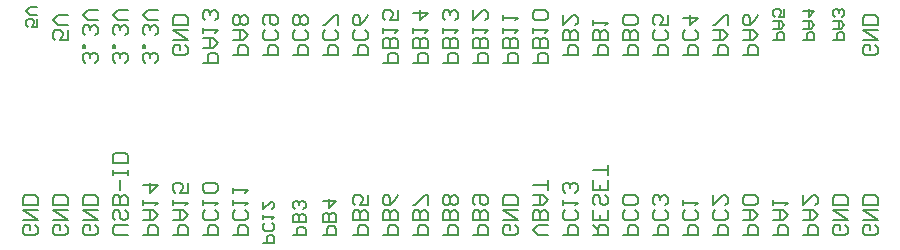
<source format=gbo>
G04*
G04 #@! TF.GenerationSoftware,Altium Limited,Altium Designer,19.1.9 (167)*
G04*
G04 Layer_Color=32896*
%FSLAX25Y25*%
%MOIN*%
G70*
G01*
G75*
%ADD73C,0.00800*%
D73*
X12436Y84624D02*
Y82000D01*
X10468D01*
X11124Y83312D01*
Y83968D01*
X10468Y84624D01*
X9156D01*
X8500Y83968D01*
Y82656D01*
X9156Y82000D01*
X12436Y85936D02*
X9812D01*
X8500Y87248D01*
X9812Y88560D01*
X12436D01*
X22498Y80832D02*
Y77500D01*
X19999D01*
X20832Y79166D01*
Y79999D01*
X19999Y80832D01*
X18333D01*
X17500Y79999D01*
Y78333D01*
X18333Y77500D01*
X22498Y82498D02*
X19166D01*
X17500Y84165D01*
X19166Y85831D01*
X22498D01*
X31665Y70000D02*
X32498Y70833D01*
Y72499D01*
X31665Y73332D01*
X30832D01*
X29999Y72499D01*
Y71666D01*
Y72499D01*
X29166Y73332D01*
X28333D01*
X27500Y72499D01*
Y70833D01*
X28333Y70000D01*
X27500Y74998D02*
X28333D01*
Y75831D01*
X27500D01*
Y74998D01*
X31665Y79164D02*
X32498Y79997D01*
Y81663D01*
X31665Y82496D01*
X30832D01*
X29999Y81663D01*
Y80830D01*
Y81663D01*
X29166Y82496D01*
X28333D01*
X27500Y81663D01*
Y79997D01*
X28333Y79164D01*
X32498Y84162D02*
X29166D01*
X27500Y85828D01*
X29166Y87494D01*
X32498D01*
X41665Y70000D02*
X42498Y70833D01*
Y72499D01*
X41665Y73332D01*
X40832D01*
X39999Y72499D01*
Y71666D01*
Y72499D01*
X39166Y73332D01*
X38333D01*
X37500Y72499D01*
Y70833D01*
X38333Y70000D01*
X37500Y74998D02*
X38333D01*
Y75831D01*
X37500D01*
Y74998D01*
X41665Y79164D02*
X42498Y79997D01*
Y81663D01*
X41665Y82496D01*
X40832D01*
X39999Y81663D01*
Y80830D01*
Y81663D01*
X39166Y82496D01*
X38333D01*
X37500Y81663D01*
Y79997D01*
X38333Y79164D01*
X42498Y84162D02*
X39166D01*
X37500Y85828D01*
X39166Y87494D01*
X42498D01*
X61665Y75832D02*
X62498Y74999D01*
Y73333D01*
X61665Y72500D01*
X58333D01*
X57500Y73333D01*
Y74999D01*
X58333Y75832D01*
X59999D01*
Y74166D01*
X57500Y77498D02*
X62498D01*
X57500Y80831D01*
X62498D01*
Y82497D02*
X57500D01*
Y84996D01*
X58333Y85829D01*
X61665D01*
X62498Y84996D01*
Y82497D01*
X51665Y70000D02*
X52498Y70833D01*
Y72499D01*
X51665Y73332D01*
X50832D01*
X49999Y72499D01*
Y71666D01*
Y72499D01*
X49166Y73332D01*
X48333D01*
X47500Y72499D01*
Y70833D01*
X48333Y70000D01*
X47500Y74998D02*
X48333D01*
Y75831D01*
X47500D01*
Y74998D01*
X51665Y79164D02*
X52498Y79997D01*
Y81663D01*
X51665Y82496D01*
X50832D01*
X49999Y81663D01*
Y80830D01*
Y81663D01*
X49166Y82496D01*
X48333D01*
X47500Y81663D01*
Y79997D01*
X48333Y79164D01*
X52498Y84162D02*
X49166D01*
X47500Y85828D01*
X49166Y87494D01*
X52498D01*
X157500Y70000D02*
X162498D01*
Y72499D01*
X161665Y73332D01*
X159999D01*
X159166Y72499D01*
Y70000D01*
X162498Y74998D02*
X157500D01*
Y77498D01*
X158333Y78331D01*
X159166D01*
X159999Y77498D01*
Y74998D01*
Y77498D01*
X160832Y78331D01*
X161665D01*
X162498Y77498D01*
Y74998D01*
X157500Y79997D02*
Y81663D01*
Y80830D01*
X162498D01*
X161665Y79997D01*
X157500Y87494D02*
Y84162D01*
X160832Y87494D01*
X161665D01*
X162498Y86661D01*
Y84995D01*
X161665Y84162D01*
X147500Y70000D02*
X152498D01*
Y72499D01*
X151665Y73332D01*
X149999D01*
X149166Y72499D01*
Y70000D01*
X152498Y74998D02*
X147500D01*
Y77498D01*
X148333Y78331D01*
X149166D01*
X149999Y77498D01*
Y74998D01*
Y77498D01*
X150832Y78331D01*
X151665D01*
X152498Y77498D01*
Y74998D01*
X147500Y79997D02*
Y81663D01*
Y80830D01*
X152498D01*
X151665Y79997D01*
Y84162D02*
X152498Y84995D01*
Y86661D01*
X151665Y87494D01*
X150832D01*
X149999Y86661D01*
Y85828D01*
Y86661D01*
X149166Y87494D01*
X148333D01*
X147500Y86661D01*
Y84995D01*
X148333Y84162D01*
X117500Y72500D02*
X122498D01*
Y74999D01*
X121665Y75832D01*
X119999D01*
X119166Y74999D01*
Y72500D01*
X121665Y80831D02*
X122498Y79998D01*
Y78331D01*
X121665Y77498D01*
X118333D01*
X117500Y78331D01*
Y79998D01*
X118333Y80831D01*
X122498Y85829D02*
X121665Y84163D01*
X119999Y82497D01*
X118333D01*
X117500Y83330D01*
Y84996D01*
X118333Y85829D01*
X119166D01*
X119999Y84996D01*
Y82497D01*
X137500Y70000D02*
X142498D01*
Y72499D01*
X141665Y73332D01*
X139999D01*
X139166Y72499D01*
Y70000D01*
X142498Y74998D02*
X137500D01*
Y77498D01*
X138333Y78331D01*
X139166D01*
X139999Y77498D01*
Y74998D01*
Y77498D01*
X140832Y78331D01*
X141665D01*
X142498Y77498D01*
Y74998D01*
X137500Y79997D02*
Y81663D01*
Y80830D01*
X142498D01*
X141665Y79997D01*
X137500Y86661D02*
X142498D01*
X139999Y84162D01*
Y87494D01*
X127500Y70000D02*
X132498D01*
Y72499D01*
X131665Y73332D01*
X129999D01*
X129166Y72499D01*
Y70000D01*
X132498Y74998D02*
X127500D01*
Y77498D01*
X128333Y78331D01*
X129166D01*
X129999Y77498D01*
Y74998D01*
Y77498D01*
X130832Y78331D01*
X131665D01*
X132498Y77498D01*
Y74998D01*
X127500Y79997D02*
Y81663D01*
Y80830D01*
X132498D01*
X131665Y79997D01*
X132498Y87494D02*
Y84162D01*
X129999D01*
X130832Y85828D01*
Y86661D01*
X129999Y87494D01*
X128333D01*
X127500Y86661D01*
Y84995D01*
X128333Y84162D01*
X97500Y72500D02*
X102498D01*
Y74999D01*
X101665Y75832D01*
X99999D01*
X99166Y74999D01*
Y72500D01*
X101665Y80831D02*
X102498Y79998D01*
Y78331D01*
X101665Y77498D01*
X98333D01*
X97500Y78331D01*
Y79998D01*
X98333Y80831D01*
X101665Y82497D02*
X102498Y83330D01*
Y84996D01*
X101665Y85829D01*
X100832D01*
X99999Y84996D01*
X99166Y85829D01*
X98333D01*
X97500Y84996D01*
Y83330D01*
X98333Y82497D01*
X99166D01*
X99999Y83330D01*
X100832Y82497D01*
X101665D01*
X99999Y83330D02*
Y84996D01*
X77500Y72500D02*
X82498D01*
Y74999D01*
X81665Y75832D01*
X79999D01*
X79166Y74999D01*
Y72500D01*
X77500Y77498D02*
X80832D01*
X82498Y79164D01*
X80832Y80831D01*
X77500D01*
X79999D01*
Y77498D01*
X81665Y82497D02*
X82498Y83330D01*
Y84996D01*
X81665Y85829D01*
X80832D01*
X79999Y84996D01*
X79166Y85829D01*
X78333D01*
X77500Y84996D01*
Y83330D01*
X78333Y82497D01*
X79166D01*
X79999Y83330D01*
X80832Y82497D01*
X81665D01*
X79999Y83330D02*
Y84996D01*
X87500Y72500D02*
X92498D01*
Y74999D01*
X91665Y75832D01*
X89999D01*
X89166Y74999D01*
Y72500D01*
X91665Y80831D02*
X92498Y79998D01*
Y78331D01*
X91665Y77498D01*
X88333D01*
X87500Y78331D01*
Y79998D01*
X88333Y80831D01*
Y82497D02*
X87500Y83330D01*
Y84996D01*
X88333Y85829D01*
X91665D01*
X92498Y84996D01*
Y83330D01*
X91665Y82497D01*
X90832D01*
X89999Y83330D01*
Y85829D01*
X67500Y70000D02*
X72498D01*
Y72499D01*
X71665Y73332D01*
X69999D01*
X69166Y72499D01*
Y70000D01*
X67500Y74998D02*
X70832D01*
X72498Y76665D01*
X70832Y78331D01*
X67500D01*
X69999D01*
Y74998D01*
X67500Y79997D02*
Y81663D01*
Y80830D01*
X72498D01*
X71665Y79997D01*
Y84162D02*
X72498Y84995D01*
Y86661D01*
X71665Y87494D01*
X70832D01*
X69999Y86661D01*
Y85828D01*
Y86661D01*
X69166Y87494D01*
X68333D01*
X67500Y86661D01*
Y84995D01*
X68333Y84162D01*
X11665Y15832D02*
X12498Y14999D01*
Y13333D01*
X11665Y12500D01*
X8333D01*
X7500Y13333D01*
Y14999D01*
X8333Y15832D01*
X9999D01*
Y14166D01*
X7500Y17498D02*
X12498D01*
X7500Y20831D01*
X12498D01*
Y22497D02*
X7500D01*
Y24996D01*
X8333Y25829D01*
X11665D01*
X12498Y24996D01*
Y22497D01*
X21665Y15832D02*
X22498Y14999D01*
Y13333D01*
X21665Y12500D01*
X18333D01*
X17500Y13333D01*
Y14999D01*
X18333Y15832D01*
X19999D01*
Y14166D01*
X17500Y17498D02*
X22498D01*
X17500Y20831D01*
X22498D01*
Y22497D02*
X17500D01*
Y24996D01*
X18333Y25829D01*
X21665D01*
X22498Y24996D01*
Y22497D01*
X217500Y12500D02*
X222498D01*
Y14999D01*
X221665Y15832D01*
X219999D01*
X219166Y14999D01*
Y12500D01*
X221665Y20831D02*
X222498Y19998D01*
Y18331D01*
X221665Y17498D01*
X218333D01*
X217500Y18331D01*
Y19998D01*
X218333Y20831D01*
X221665Y22497D02*
X222498Y23330D01*
Y24996D01*
X221665Y25829D01*
X220832D01*
X219999Y24996D01*
Y24163D01*
Y24996D01*
X219166Y25829D01*
X218333D01*
X217500Y24996D01*
Y23330D01*
X218333Y22497D01*
X197500Y12500D02*
X202498D01*
Y14999D01*
X201665Y15832D01*
X199999D01*
X199166Y14999D01*
Y12500D01*
Y14166D02*
X197500Y15832D01*
X202498Y20831D02*
Y17498D01*
X197500D01*
Y20831D01*
X199999Y17498D02*
Y19164D01*
X201665Y25829D02*
X202498Y24996D01*
Y23330D01*
X201665Y22497D01*
X200832D01*
X199999Y23330D01*
Y24996D01*
X199166Y25829D01*
X198333D01*
X197500Y24996D01*
Y23330D01*
X198333Y22497D01*
X202498Y30827D02*
Y27495D01*
X197500D01*
Y30827D01*
X199999Y27495D02*
Y29161D01*
X202498Y32493D02*
Y35826D01*
Y34160D01*
X197500D01*
X147500Y12500D02*
X152498D01*
Y14999D01*
X151665Y15832D01*
X149999D01*
X149166Y14999D01*
Y12500D01*
X152498Y17498D02*
X147500D01*
Y19998D01*
X148333Y20831D01*
X149166D01*
X149999Y19998D01*
Y17498D01*
Y19998D01*
X150832Y20831D01*
X151665D01*
X152498Y19998D01*
Y17498D01*
X151665Y22497D02*
X152498Y23330D01*
Y24996D01*
X151665Y25829D01*
X150832D01*
X149999Y24996D01*
X149166Y25829D01*
X148333D01*
X147500Y24996D01*
Y23330D01*
X148333Y22497D01*
X149166D01*
X149999Y23330D01*
X150832Y22497D01*
X151665D01*
X149999Y23330D02*
Y24996D01*
X107500Y72500D02*
X112498D01*
Y74999D01*
X111665Y75832D01*
X109999D01*
X109166Y74999D01*
Y72500D01*
X111665Y80831D02*
X112498Y79998D01*
Y78331D01*
X111665Y77498D01*
X108333D01*
X107500Y78331D01*
Y79998D01*
X108333Y80831D01*
X112498Y82497D02*
Y85829D01*
X111665D01*
X108333Y82497D01*
X107500D01*
X167500Y70000D02*
X172498D01*
Y72499D01*
X171665Y73332D01*
X169999D01*
X169166Y72499D01*
Y70000D01*
X172498Y74998D02*
X167500D01*
Y77498D01*
X168333Y78331D01*
X169166D01*
X169999Y77498D01*
Y74998D01*
Y77498D01*
X170832Y78331D01*
X171665D01*
X172498Y77498D01*
Y74998D01*
X167500Y79997D02*
Y81663D01*
Y80830D01*
X172498D01*
X171665Y79997D01*
X167500Y84162D02*
Y85828D01*
Y84995D01*
X172498D01*
X171665Y84162D01*
X237500Y72500D02*
X242498D01*
Y74999D01*
X241665Y75832D01*
X239999D01*
X239166Y74999D01*
Y72500D01*
X237500Y77498D02*
X240832D01*
X242498Y79164D01*
X240832Y80831D01*
X237500D01*
X239999D01*
Y77498D01*
X242498Y82497D02*
Y85829D01*
X241665D01*
X238333Y82497D01*
X237500D01*
X177500Y70000D02*
X182498D01*
Y72499D01*
X181665Y73332D01*
X179999D01*
X179166Y72499D01*
Y70000D01*
X182498Y74998D02*
X177500D01*
Y77498D01*
X178333Y78331D01*
X179166D01*
X179999Y77498D01*
Y74998D01*
Y77498D01*
X180832Y78331D01*
X181665D01*
X182498Y77498D01*
Y74998D01*
X177500Y79997D02*
Y81663D01*
Y80830D01*
X182498D01*
X181665Y79997D01*
Y84162D02*
X182498Y84995D01*
Y86661D01*
X181665Y87494D01*
X178333D01*
X177500Y86661D01*
Y84995D01*
X178333Y84162D01*
X181665D01*
X247500Y72500D02*
X252498D01*
Y74999D01*
X251665Y75832D01*
X249999D01*
X249166Y74999D01*
Y72500D01*
X247500Y77498D02*
X250832D01*
X252498Y79164D01*
X250832Y80831D01*
X247500D01*
X249999D01*
Y77498D01*
X252498Y85829D02*
X251665Y84163D01*
X249999Y82497D01*
X248333D01*
X247500Y83330D01*
Y84996D01*
X248333Y85829D01*
X249166D01*
X249999Y84996D01*
Y82497D01*
X187500Y72500D02*
X192498D01*
Y74999D01*
X191665Y75832D01*
X189999D01*
X189166Y74999D01*
Y72500D01*
X192498Y77498D02*
X187500D01*
Y79998D01*
X188333Y80831D01*
X189166D01*
X189999Y79998D01*
Y77498D01*
Y79998D01*
X190832Y80831D01*
X191665D01*
X192498Y79998D01*
Y77498D01*
X187500Y85829D02*
Y82497D01*
X190832Y85829D01*
X191665D01*
X192498Y84996D01*
Y83330D01*
X191665Y82497D01*
X217500Y72500D02*
X222498D01*
Y74999D01*
X221665Y75832D01*
X219999D01*
X219166Y74999D01*
Y72500D01*
X221665Y80831D02*
X222498Y79998D01*
Y78331D01*
X221665Y77498D01*
X218333D01*
X217500Y78331D01*
Y79998D01*
X218333Y80831D01*
X222498Y85829D02*
Y82497D01*
X219999D01*
X220832Y84163D01*
Y84996D01*
X219999Y85829D01*
X218333D01*
X217500Y84996D01*
Y83330D01*
X218333Y82497D01*
X257500Y77500D02*
X261436D01*
Y79468D01*
X260780Y80124D01*
X259468D01*
X258812Y79468D01*
Y77500D01*
X257500Y81436D02*
X260124D01*
X261436Y82748D01*
X260124Y84060D01*
X257500D01*
X259468D01*
Y81436D01*
X261436Y87995D02*
Y85372D01*
X259468D01*
X260124Y86683D01*
Y87339D01*
X259468Y87995D01*
X258156D01*
X257500Y87339D01*
Y86027D01*
X258156Y85372D01*
X197500Y72500D02*
X202498D01*
Y74999D01*
X201665Y75832D01*
X199999D01*
X199166Y74999D01*
Y72500D01*
X202498Y77498D02*
X197500D01*
Y79998D01*
X198333Y80831D01*
X199166D01*
X199999Y79998D01*
Y77498D01*
Y79998D01*
X200832Y80831D01*
X201665D01*
X202498Y79998D01*
Y77498D01*
X197500Y82497D02*
Y84163D01*
Y83330D01*
X202498D01*
X201665Y82497D01*
X227500Y72500D02*
X232498D01*
Y74999D01*
X231665Y75832D01*
X229999D01*
X229166Y74999D01*
Y72500D01*
X231665Y80831D02*
X232498Y79998D01*
Y78331D01*
X231665Y77498D01*
X228333D01*
X227500Y78331D01*
Y79998D01*
X228333Y80831D01*
X227500Y84996D02*
X232498D01*
X229999Y82497D01*
Y85829D01*
X267500Y77500D02*
X271436D01*
Y79468D01*
X270780Y80124D01*
X269468D01*
X268812Y79468D01*
Y77500D01*
X267500Y81436D02*
X270124D01*
X271436Y82748D01*
X270124Y84060D01*
X267500D01*
X269468D01*
Y81436D01*
X267500Y87339D02*
X271436D01*
X269468Y85372D01*
Y87995D01*
X207500Y72500D02*
X212498D01*
Y74999D01*
X211665Y75832D01*
X209999D01*
X209166Y74999D01*
Y72500D01*
X212498Y77498D02*
X207500D01*
Y79998D01*
X208333Y80831D01*
X209166D01*
X209999Y79998D01*
Y77498D01*
Y79998D01*
X210832Y80831D01*
X211665D01*
X212498Y79998D01*
Y77498D01*
X211665Y82497D02*
X212498Y83330D01*
Y84996D01*
X211665Y85829D01*
X208333D01*
X207500Y84996D01*
Y83330D01*
X208333Y82497D01*
X211665D01*
X67500Y12500D02*
X72498D01*
Y14999D01*
X71665Y15832D01*
X69999D01*
X69166Y14999D01*
Y12500D01*
X71665Y20831D02*
X72498Y19998D01*
Y18331D01*
X71665Y17498D01*
X68333D01*
X67500Y18331D01*
Y19998D01*
X68333Y20831D01*
X67500Y22497D02*
Y24163D01*
Y23330D01*
X72498D01*
X71665Y22497D01*
Y26662D02*
X72498Y27495D01*
Y29161D01*
X71665Y29994D01*
X68333D01*
X67500Y29161D01*
Y27495D01*
X68333Y26662D01*
X71665D01*
X277500Y77500D02*
X281436D01*
Y79468D01*
X280780Y80124D01*
X279468D01*
X278812Y79468D01*
Y77500D01*
X277500Y81436D02*
X280124D01*
X281436Y82748D01*
X280124Y84060D01*
X277500D01*
X279468D01*
Y81436D01*
X280780Y85372D02*
X281436Y86027D01*
Y87339D01*
X280780Y87995D01*
X280124D01*
X279468Y87339D01*
Y86683D01*
Y87339D01*
X278812Y87995D01*
X278156D01*
X277500Y87339D01*
Y86027D01*
X278156Y85372D01*
X291665Y75832D02*
X292498Y74999D01*
Y73333D01*
X291665Y72500D01*
X288333D01*
X287500Y73333D01*
Y74999D01*
X288333Y75832D01*
X289999D01*
Y74166D01*
X287500Y77498D02*
X292498D01*
X287500Y80831D01*
X292498D01*
Y82497D02*
X287500D01*
Y84996D01*
X288333Y85829D01*
X291665D01*
X292498Y84996D01*
Y82497D01*
X77500Y12500D02*
X82498D01*
Y14999D01*
X81665Y15832D01*
X79999D01*
X79166Y14999D01*
Y12500D01*
X81665Y20831D02*
X82498Y19998D01*
Y18331D01*
X81665Y17498D01*
X78333D01*
X77500Y18331D01*
Y19998D01*
X78333Y20831D01*
X77500Y22497D02*
Y24163D01*
Y23330D01*
X82498D01*
X81665Y22497D01*
X77500Y26662D02*
Y28328D01*
Y27495D01*
X82498D01*
X81665Y26662D01*
X57500Y12500D02*
X62498D01*
Y14999D01*
X61665Y15832D01*
X59999D01*
X59166Y14999D01*
Y12500D01*
X57500Y17498D02*
X60832D01*
X62498Y19164D01*
X60832Y20831D01*
X57500D01*
X59999D01*
Y17498D01*
X57500Y22497D02*
Y24163D01*
Y23330D01*
X62498D01*
X61665Y22497D01*
X62498Y29994D02*
Y26662D01*
X59999D01*
X60832Y28328D01*
Y29161D01*
X59999Y29994D01*
X58333D01*
X57500Y29161D01*
Y27495D01*
X58333Y26662D01*
X97500Y12500D02*
X101829D01*
Y14665D01*
X101108Y15386D01*
X99665D01*
X98943Y14665D01*
Y12500D01*
X101829Y16829D02*
X97500D01*
Y18994D01*
X98222Y19715D01*
X98943D01*
X99665Y18994D01*
Y16829D01*
Y18994D01*
X100386Y19715D01*
X101108D01*
X101829Y18994D01*
Y16829D01*
X101108Y21159D02*
X101829Y21880D01*
Y23323D01*
X101108Y24045D01*
X100386D01*
X99665Y23323D01*
Y22602D01*
Y23323D01*
X98943Y24045D01*
X98222D01*
X97500Y23323D01*
Y21880D01*
X98222Y21159D01*
X87500Y10000D02*
X91436D01*
Y11968D01*
X90780Y12624D01*
X89468D01*
X88812Y11968D01*
Y10000D01*
X90780Y16560D02*
X91436Y15904D01*
Y14592D01*
X90780Y13936D01*
X88156D01*
X87500Y14592D01*
Y15904D01*
X88156Y16560D01*
X87500Y17872D02*
Y19183D01*
Y18527D01*
X91436D01*
X90780Y17872D01*
X87500Y23775D02*
Y21151D01*
X90124Y23775D01*
X90780D01*
X91436Y23119D01*
Y21807D01*
X90780Y21151D01*
X47500Y12500D02*
X52498D01*
Y14999D01*
X51665Y15832D01*
X49999D01*
X49166Y14999D01*
Y12500D01*
X47500Y17498D02*
X50832D01*
X52498Y19164D01*
X50832Y20831D01*
X47500D01*
X49999D01*
Y17498D01*
X47500Y22497D02*
Y24163D01*
Y23330D01*
X52498D01*
X51665Y22497D01*
X47500Y29161D02*
X52498D01*
X49999Y26662D01*
Y29994D01*
X107500Y12500D02*
X112026D01*
Y14763D01*
X111272Y15517D01*
X109763D01*
X109009Y14763D01*
Y12500D01*
X112026Y17026D02*
X107500D01*
Y19289D01*
X108254Y20043D01*
X109009D01*
X109763Y19289D01*
Y17026D01*
Y19289D01*
X110517Y20043D01*
X111272D01*
X112026Y19289D01*
Y17026D01*
X107500Y23815D02*
X112026D01*
X109763Y21552D01*
Y24570D01*
X31665Y15832D02*
X32498Y14999D01*
Y13333D01*
X31665Y12500D01*
X28333D01*
X27500Y13333D01*
Y14999D01*
X28333Y15832D01*
X29999D01*
Y14166D01*
X27500Y17498D02*
X32498D01*
X27500Y20831D01*
X32498D01*
Y22497D02*
X27500D01*
Y24996D01*
X28333Y25829D01*
X31665D01*
X32498Y24996D01*
Y22497D01*
X117500Y12500D02*
X122498D01*
Y14999D01*
X121665Y15832D01*
X119999D01*
X119166Y14999D01*
Y12500D01*
X122498Y17498D02*
X117500D01*
Y19998D01*
X118333Y20831D01*
X119166D01*
X119999Y19998D01*
Y17498D01*
Y19998D01*
X120832Y20831D01*
X121665D01*
X122498Y19998D01*
Y17498D01*
Y25829D02*
Y22497D01*
X119999D01*
X120832Y24163D01*
Y24996D01*
X119999Y25829D01*
X118333D01*
X117500Y24996D01*
Y23330D01*
X118333Y22497D01*
X42498Y12500D02*
X38333D01*
X37500Y13333D01*
Y14999D01*
X38333Y15832D01*
X42498D01*
X41665Y20831D02*
X42498Y19998D01*
Y18331D01*
X41665Y17498D01*
X40832D01*
X39999Y18331D01*
Y19998D01*
X39166Y20831D01*
X38333D01*
X37500Y19998D01*
Y18331D01*
X38333Y17498D01*
X42498Y22497D02*
X37500D01*
Y24996D01*
X38333Y25829D01*
X39166D01*
X39999Y24996D01*
Y22497D01*
Y24996D01*
X40832Y25829D01*
X41665D01*
X42498Y24996D01*
Y22497D01*
X39999Y27495D02*
Y30827D01*
X42498Y32493D02*
Y34160D01*
Y33327D01*
X37500D01*
Y32493D01*
Y34160D01*
X42498Y36659D02*
X37500D01*
Y39158D01*
X38333Y39991D01*
X41665D01*
X42498Y39158D01*
Y36659D01*
X127500Y12500D02*
X132498D01*
Y14999D01*
X131665Y15832D01*
X129999D01*
X129166Y14999D01*
Y12500D01*
X132498Y17498D02*
X127500D01*
Y19998D01*
X128333Y20831D01*
X129166D01*
X129999Y19998D01*
Y17498D01*
Y19998D01*
X130832Y20831D01*
X131665D01*
X132498Y19998D01*
Y17498D01*
Y25829D02*
X131665Y24163D01*
X129999Y22497D01*
X128333D01*
X127500Y23330D01*
Y24996D01*
X128333Y25829D01*
X129166D01*
X129999Y24996D01*
Y22497D01*
X187500Y12500D02*
X192498D01*
Y14999D01*
X191665Y15832D01*
X189999D01*
X189166Y14999D01*
Y12500D01*
X191665Y20831D02*
X192498Y19998D01*
Y18331D01*
X191665Y17498D01*
X188333D01*
X187500Y18331D01*
Y19998D01*
X188333Y20831D01*
X187500Y22497D02*
Y24163D01*
Y23330D01*
X192498D01*
X191665Y22497D01*
Y26662D02*
X192498Y27495D01*
Y29161D01*
X191665Y29994D01*
X190832D01*
X189999Y29161D01*
Y28328D01*
Y29161D01*
X189166Y29994D01*
X188333D01*
X187500Y29161D01*
Y27495D01*
X188333Y26662D01*
X171665Y15832D02*
X172498Y14999D01*
Y13333D01*
X171665Y12500D01*
X168333D01*
X167500Y13333D01*
Y14999D01*
X168333Y15832D01*
X169999D01*
Y14166D01*
X167500Y17498D02*
X172498D01*
X167500Y20831D01*
X172498D01*
Y22497D02*
X167500D01*
Y24996D01*
X168333Y25829D01*
X171665D01*
X172498Y24996D01*
Y22497D01*
X157500Y12500D02*
X162498D01*
Y14999D01*
X161665Y15832D01*
X159999D01*
X159166Y14999D01*
Y12500D01*
X162498Y17498D02*
X157500D01*
Y19998D01*
X158333Y20831D01*
X159166D01*
X159999Y19998D01*
Y17498D01*
Y19998D01*
X160832Y20831D01*
X161665D01*
X162498Y19998D01*
Y17498D01*
X158333Y22497D02*
X157500Y23330D01*
Y24996D01*
X158333Y25829D01*
X161665D01*
X162498Y24996D01*
Y23330D01*
X161665Y22497D01*
X160832D01*
X159999Y23330D01*
Y25829D01*
X137500Y12500D02*
X142498D01*
Y14999D01*
X141665Y15832D01*
X139999D01*
X139166Y14999D01*
Y12500D01*
X142498Y17498D02*
X137500D01*
Y19998D01*
X138333Y20831D01*
X139166D01*
X139999Y19998D01*
Y17498D01*
Y19998D01*
X140832Y20831D01*
X141665D01*
X142498Y19998D01*
Y17498D01*
Y22497D02*
Y25829D01*
X141665D01*
X138333Y22497D01*
X137500D01*
X182498Y12500D02*
X179166D01*
X177500Y14166D01*
X179166Y15832D01*
X182498D01*
Y17498D02*
X177500D01*
Y19998D01*
X178333Y20831D01*
X179166D01*
X179999Y19998D01*
Y17498D01*
Y19998D01*
X180832Y20831D01*
X181665D01*
X182498Y19998D01*
Y17498D01*
X177500Y22497D02*
X180832D01*
X182498Y24163D01*
X180832Y25829D01*
X177500D01*
X179999D01*
Y22497D01*
X182498Y27495D02*
Y30827D01*
Y29161D01*
X177500D01*
X207500Y12500D02*
X212498D01*
Y14999D01*
X211665Y15832D01*
X209999D01*
X209166Y14999D01*
Y12500D01*
X211665Y20831D02*
X212498Y19998D01*
Y18331D01*
X211665Y17498D01*
X208333D01*
X207500Y18331D01*
Y19998D01*
X208333Y20831D01*
X211665Y22497D02*
X212498Y23330D01*
Y24996D01*
X211665Y25829D01*
X208333D01*
X207500Y24996D01*
Y23330D01*
X208333Y22497D01*
X211665D01*
X257500Y12500D02*
X262498D01*
Y14999D01*
X261665Y15832D01*
X259999D01*
X259166Y14999D01*
Y12500D01*
X257500Y17498D02*
X260832D01*
X262498Y19164D01*
X260832Y20831D01*
X257500D01*
X259999D01*
Y17498D01*
X257500Y22497D02*
Y24163D01*
Y23330D01*
X262498D01*
X261665Y22497D01*
X237500Y12500D02*
X242498D01*
Y14999D01*
X241665Y15832D01*
X239999D01*
X239166Y14999D01*
Y12500D01*
X241665Y20831D02*
X242498Y19998D01*
Y18331D01*
X241665Y17498D01*
X238333D01*
X237500Y18331D01*
Y19998D01*
X238333Y20831D01*
X237500Y25829D02*
Y22497D01*
X240832Y25829D01*
X241665D01*
X242498Y24996D01*
Y23330D01*
X241665Y22497D01*
X227500Y12500D02*
X232498D01*
Y14999D01*
X231665Y15832D01*
X229999D01*
X229166Y14999D01*
Y12500D01*
X231665Y20831D02*
X232498Y19998D01*
Y18331D01*
X231665Y17498D01*
X228333D01*
X227500Y18331D01*
Y19998D01*
X228333Y20831D01*
X227500Y22497D02*
Y24163D01*
Y23330D01*
X232498D01*
X231665Y22497D01*
X267500Y12500D02*
X272498D01*
Y14999D01*
X271665Y15832D01*
X269999D01*
X269166Y14999D01*
Y12500D01*
X267500Y17498D02*
X270832D01*
X272498Y19164D01*
X270832Y20831D01*
X267500D01*
X269999D01*
Y17498D01*
X267500Y25829D02*
Y22497D01*
X270832Y25829D01*
X271665D01*
X272498Y24996D01*
Y23330D01*
X271665Y22497D01*
X247500Y12500D02*
X252498D01*
Y14999D01*
X251665Y15832D01*
X249999D01*
X249166Y14999D01*
Y12500D01*
X247500Y17498D02*
X250832D01*
X252498Y19164D01*
X250832Y20831D01*
X247500D01*
X249999D01*
Y17498D01*
X251665Y22497D02*
X252498Y23330D01*
Y24996D01*
X251665Y25829D01*
X248333D01*
X247500Y24996D01*
Y23330D01*
X248333Y22497D01*
X251665D01*
X291665Y15832D02*
X292498Y14999D01*
Y13333D01*
X291665Y12500D01*
X288333D01*
X287500Y13333D01*
Y14999D01*
X288333Y15832D01*
X289999D01*
Y14166D01*
X287500Y17498D02*
X292498D01*
X287500Y20831D01*
X292498D01*
Y22497D02*
X287500D01*
Y24996D01*
X288333Y25829D01*
X291665D01*
X292498Y24996D01*
Y22497D01*
X281665Y15832D02*
X282498Y14999D01*
Y13333D01*
X281665Y12500D01*
X278333D01*
X277500Y13333D01*
Y14999D01*
X278333Y15832D01*
X279999D01*
Y14166D01*
X277500Y17498D02*
X282498D01*
X277500Y20831D01*
X282498D01*
Y22497D02*
X277500D01*
Y24996D01*
X278333Y25829D01*
X281665D01*
X282498Y24996D01*
Y22497D01*
M02*

</source>
